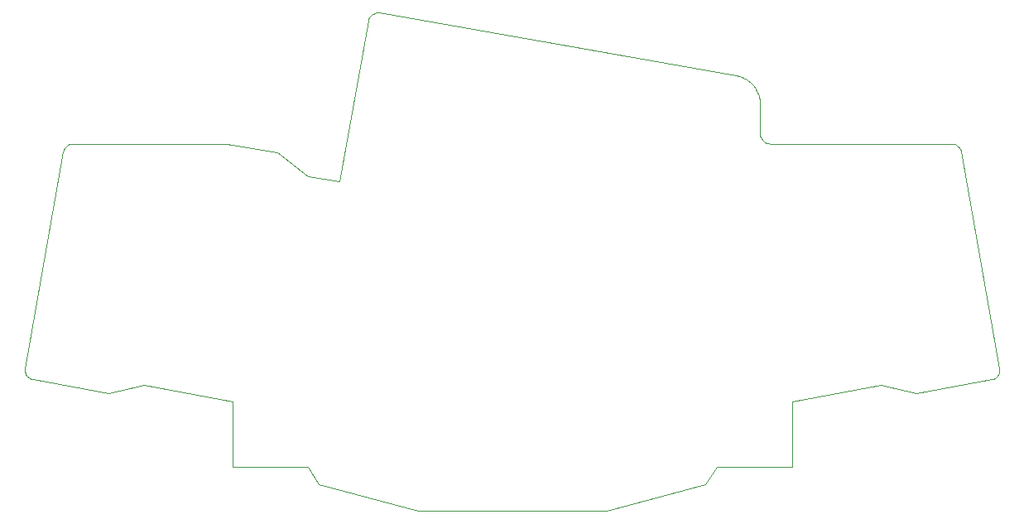
<source format=gm1>
%TF.GenerationSoftware,KiCad,Pcbnew,(5.1.9-0-10_14)*%
%TF.CreationDate,2021-06-24T13:30:28+09:00*%
%TF.ProjectId,reviung5,72657669-756e-4673-952e-6b696361645f,1*%
%TF.SameCoordinates,PX1c9c380PY1c9c380*%
%TF.FileFunction,Profile,NP*%
%FSLAX46Y46*%
G04 Gerber Fmt 4.6, Leading zero omitted, Abs format (unit mm)*
G04 Created by KiCad (PCBNEW (5.1.9-0-10_14)) date 2021-06-24 13:30:28*
%MOMM*%
%LPD*%
G01*
G04 APERTURE LIST*
%TA.AperFunction,Profile*%
%ADD10C,0.100000*%
%TD*%
G04 APERTURE END LIST*
D10*
X29357Y-36594382D02*
X16632Y-36696019D01*
X16632Y-36696019D02*
X14271Y-36796484D01*
X14271Y-36796484D02*
X29268Y-36943710D01*
X29268Y-36943710D02*
X65286Y-37085019D01*
X65286Y-37085019D02*
X120948Y-37218443D01*
X120948Y-37218443D02*
X194875Y-37342013D01*
X194875Y-37342013D02*
X285689Y-37453762D01*
X285689Y-37453762D02*
X392012Y-37551720D01*
X392012Y-37551720D02*
X512467Y-37633919D01*
X512467Y-37633919D02*
X645674Y-37698391D01*
X645674Y-37698391D02*
X740884Y-37730552D01*
X740884Y-37730552D02*
X840742Y-37753377D01*
X99681392Y-36594920D02*
X95777496Y-14456349D01*
X4929080Y-13629957D02*
X4794701Y-13638957D01*
X4794701Y-13638957D02*
X4665302Y-13665236D01*
X4665302Y-13665236D02*
X4542171Y-13707715D01*
X4542171Y-13707715D02*
X4426597Y-13765311D01*
X4426597Y-13765311D02*
X4319868Y-13836944D01*
X4319868Y-13836944D02*
X4223273Y-13921534D01*
X4223273Y-13921534D02*
X4138102Y-14017998D01*
X4138102Y-14017998D02*
X4065642Y-14125257D01*
X4065642Y-14125257D02*
X4007183Y-14242229D01*
X4007183Y-14242229D02*
X3964013Y-14367834D01*
X3964013Y-14367834D02*
X3944364Y-14455833D01*
X20629370Y-13630000D02*
X4929080Y-13629957D01*
X95777496Y-14456349D02*
X95745281Y-14325528D01*
X95745281Y-14325528D02*
X95696904Y-14202619D01*
X95696904Y-14202619D02*
X95633653Y-14088703D01*
X95633653Y-14088703D02*
X95556819Y-13984863D01*
X95556819Y-13984863D02*
X95467691Y-13892181D01*
X95467691Y-13892181D02*
X95367560Y-13811740D01*
X95367560Y-13811740D02*
X95257716Y-13744622D01*
X95257716Y-13744622D02*
X95139447Y-13691909D01*
X95139447Y-13691909D02*
X95014045Y-13654684D01*
X95014045Y-13654684D02*
X94882800Y-13634029D01*
X94882800Y-13634029D02*
X94792694Y-13630000D01*
X21280106Y-46723092D02*
X28942063Y-46723092D01*
X21280106Y-40003196D02*
X21280106Y-46723092D01*
X12190092Y-38348086D02*
X21280106Y-40003196D01*
X40197383Y-51204580D02*
X59539980Y-51204580D01*
X30100067Y-48505951D02*
X40197383Y-51204580D01*
X28942063Y-46723092D02*
X30100067Y-48505951D01*
X70774328Y-46723092D02*
X78472782Y-46723092D01*
X69619037Y-48505951D02*
X70774328Y-46723092D01*
X59539980Y-51204580D02*
X69619037Y-48505951D01*
X87544278Y-38347204D02*
X91153812Y-39112768D01*
X78472782Y-39999428D02*
X87544278Y-38347204D01*
X78472782Y-46723092D02*
X78472782Y-39999428D01*
X98870094Y-37753420D02*
X98969900Y-37730591D01*
X98969900Y-37730591D02*
X99065064Y-37698435D01*
X99065064Y-37698435D02*
X99198212Y-37633984D01*
X99198212Y-37633984D02*
X99318618Y-37551819D01*
X99318618Y-37551819D02*
X99424906Y-37453908D01*
X99424906Y-37453908D02*
X99515699Y-37342215D01*
X99515699Y-37342215D02*
X99589620Y-37218706D01*
X99589620Y-37218706D02*
X99645292Y-37085348D01*
X99645292Y-37085348D02*
X99681339Y-36944105D01*
X99681339Y-36944105D02*
X99696383Y-36796944D01*
X99696383Y-36796944D02*
X99694064Y-36696519D01*
X99694064Y-36696519D02*
X99681392Y-36594920D01*
X91153812Y-39112768D02*
X98870094Y-37753420D01*
X75209996Y-9604987D02*
X75206950Y-9469062D01*
X75206950Y-9469062D02*
X75197893Y-9334514D01*
X75197893Y-9334514D02*
X75182946Y-9201487D01*
X75182946Y-9201487D02*
X75162229Y-9070124D01*
X75162229Y-9070124D02*
X75135862Y-8940568D01*
X75135862Y-8940568D02*
X75103966Y-8812964D01*
X75103966Y-8812964D02*
X75066662Y-8687453D01*
X75066662Y-8687453D02*
X75024070Y-8564181D01*
X75024070Y-8564181D02*
X74976311Y-8443290D01*
X74976311Y-8443290D02*
X74923504Y-8324924D01*
X74923504Y-8324924D02*
X74865771Y-8209227D01*
X74865771Y-8209227D02*
X74803232Y-8096342D01*
X74803232Y-8096342D02*
X74736008Y-7986412D01*
X74736008Y-7986412D02*
X74664219Y-7879582D01*
X74664219Y-7879582D02*
X74587985Y-7775994D01*
X74587985Y-7775994D02*
X74507428Y-7675793D01*
X74507428Y-7675793D02*
X74422667Y-7579121D01*
X74422667Y-7579121D02*
X74333823Y-7486122D01*
X74333823Y-7486122D02*
X74241017Y-7396940D01*
X74241017Y-7396940D02*
X74144369Y-7311718D01*
X74144369Y-7311718D02*
X74044000Y-7230600D01*
X74044000Y-7230600D02*
X73940030Y-7153729D01*
X73940030Y-7153729D02*
X73832580Y-7081249D01*
X73832580Y-7081249D02*
X73721769Y-7013303D01*
X73721769Y-7013303D02*
X73607720Y-6950035D01*
X73607720Y-6950035D02*
X73490552Y-6891588D01*
X73490552Y-6891588D02*
X73370385Y-6838107D01*
X73370385Y-6838107D02*
X73247341Y-6789733D01*
X73247341Y-6789733D02*
X73121539Y-6746612D01*
X73121539Y-6746612D02*
X72993101Y-6708885D01*
X72993101Y-6708885D02*
X72862146Y-6676698D01*
X72862146Y-6676698D02*
X72728796Y-6650194D01*
X75209996Y-12630018D02*
X75209996Y-9604987D01*
X3944364Y-14455833D02*
X29357Y-36594382D01*
X25823562Y-14545857D02*
X20629370Y-13630000D01*
X28933988Y-16941986D02*
X25823562Y-14545857D01*
X8563957Y-39112768D02*
X12190092Y-38348086D01*
X840742Y-37753377D02*
X8563957Y-39112768D01*
X32216970Y-17520869D02*
X28933988Y-16941986D01*
X35119226Y-1061323D02*
X32216970Y-17520869D01*
X94792694Y-13630000D02*
X76210000Y-13630000D01*
X36277683Y-250154D02*
X36176095Y-237484D01*
X36176095Y-237484D02*
X36075681Y-235166D01*
X36075681Y-235166D02*
X35928535Y-250207D01*
X35928535Y-250207D02*
X35787306Y-286246D01*
X35787306Y-286246D02*
X35653958Y-341907D01*
X35653958Y-341907D02*
X35530457Y-415814D01*
X35530457Y-415814D02*
X35418768Y-506591D01*
X35418768Y-506591D02*
X35320858Y-612861D01*
X35320858Y-612861D02*
X35238689Y-733248D01*
X35238689Y-733248D02*
X35174229Y-866377D01*
X35174229Y-866377D02*
X35142064Y-961528D01*
X35142064Y-961528D02*
X35119226Y-1061323D01*
X72728796Y-6650194D02*
X36277683Y-250154D01*
X76210000Y-13630000D02*
X76107754Y-13624837D01*
X76107754Y-13624837D02*
X76008462Y-13609683D01*
X76008462Y-13609683D02*
X75866163Y-13569320D01*
X75866163Y-13569320D02*
X75733336Y-13509306D01*
X75733336Y-13509306D02*
X75611679Y-13431337D01*
X75611679Y-13431337D02*
X75502888Y-13337110D01*
X75502888Y-13337110D02*
X75408659Y-13228321D01*
X75408659Y-13228321D02*
X75330690Y-13106666D01*
X75330690Y-13106666D02*
X75270675Y-12973843D01*
X75270675Y-12973843D02*
X75230312Y-12831547D01*
X75230312Y-12831547D02*
X75215158Y-12732259D01*
X75215158Y-12732259D02*
X75209996Y-12630018D01*
M02*

</source>
